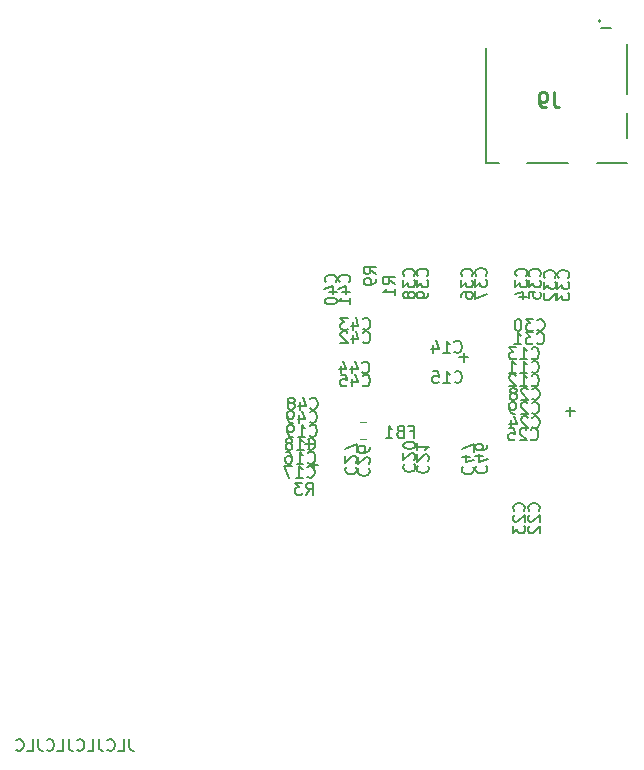
<source format=gbr>
G04 #@! TF.GenerationSoftware,KiCad,Pcbnew,(5.1.6)-1*
G04 #@! TF.CreationDate,2020-09-15T12:17:56+03:00*
G04 #@! TF.ProjectId,469devboard,34363964-6576-4626-9f61-72642e6b6963,rev?*
G04 #@! TF.SameCoordinates,Original*
G04 #@! TF.FileFunction,Legend,Bot*
G04 #@! TF.FilePolarity,Positive*
%FSLAX46Y46*%
G04 Gerber Fmt 4.6, Leading zero omitted, Abs format (unit mm)*
G04 Created by KiCad (PCBNEW (5.1.6)-1) date 2020-09-15 12:17:56*
%MOMM*%
%LPD*%
G01*
G04 APERTURE LIST*
%ADD10C,0.150000*%
%ADD11C,0.200000*%
%ADD12C,0.120000*%
%ADD13C,0.254000*%
G04 APERTURE END LIST*
D10*
X94522347Y-115657380D02*
X94522347Y-116371666D01*
X94569966Y-116514523D01*
X94665204Y-116609761D01*
X94808061Y-116657380D01*
X94903300Y-116657380D01*
X93569966Y-116657380D02*
X94046157Y-116657380D01*
X94046157Y-115657380D01*
X92665204Y-116562142D02*
X92712823Y-116609761D01*
X92855680Y-116657380D01*
X92950919Y-116657380D01*
X93093776Y-116609761D01*
X93189014Y-116514523D01*
X93236633Y-116419285D01*
X93284252Y-116228809D01*
X93284252Y-116085952D01*
X93236633Y-115895476D01*
X93189014Y-115800238D01*
X93093776Y-115705000D01*
X92950919Y-115657380D01*
X92855680Y-115657380D01*
X92712823Y-115705000D01*
X92665204Y-115752619D01*
X91950919Y-115657380D02*
X91950919Y-116371666D01*
X91998538Y-116514523D01*
X92093776Y-116609761D01*
X92236633Y-116657380D01*
X92331871Y-116657380D01*
X90998538Y-116657380D02*
X91474728Y-116657380D01*
X91474728Y-115657380D01*
X90093776Y-116562142D02*
X90141395Y-116609761D01*
X90284252Y-116657380D01*
X90379490Y-116657380D01*
X90522347Y-116609761D01*
X90617585Y-116514523D01*
X90665204Y-116419285D01*
X90712823Y-116228809D01*
X90712823Y-116085952D01*
X90665204Y-115895476D01*
X90617585Y-115800238D01*
X90522347Y-115705000D01*
X90379490Y-115657380D01*
X90284252Y-115657380D01*
X90141395Y-115705000D01*
X90093776Y-115752619D01*
X89379490Y-115657380D02*
X89379490Y-116371666D01*
X89427109Y-116514523D01*
X89522347Y-116609761D01*
X89665204Y-116657380D01*
X89760442Y-116657380D01*
X88427109Y-116657380D02*
X88903300Y-116657380D01*
X88903300Y-115657380D01*
X87522347Y-116562142D02*
X87569966Y-116609761D01*
X87712823Y-116657380D01*
X87808061Y-116657380D01*
X87950919Y-116609761D01*
X88046157Y-116514523D01*
X88093776Y-116419285D01*
X88141395Y-116228809D01*
X88141395Y-116085952D01*
X88093776Y-115895476D01*
X88046157Y-115800238D01*
X87950919Y-115705000D01*
X87808061Y-115657380D01*
X87712823Y-115657380D01*
X87569966Y-115705000D01*
X87522347Y-115752619D01*
X86808061Y-115657380D02*
X86808061Y-116371666D01*
X86855680Y-116514523D01*
X86950919Y-116609761D01*
X87093776Y-116657380D01*
X87189014Y-116657380D01*
X85855680Y-116657380D02*
X86331871Y-116657380D01*
X86331871Y-115657380D01*
X84950919Y-116562142D02*
X84998538Y-116609761D01*
X85141395Y-116657380D01*
X85236633Y-116657380D01*
X85379490Y-116609761D01*
X85474728Y-116514523D01*
X85522347Y-116419285D01*
X85569966Y-116228809D01*
X85569966Y-116085952D01*
X85522347Y-115895476D01*
X85474728Y-115800238D01*
X85379490Y-115705000D01*
X85236633Y-115657380D01*
X85141395Y-115657380D01*
X84998538Y-115705000D01*
X84950919Y-115752619D01*
X132257752Y-87891928D02*
X131495847Y-87891928D01*
X131876800Y-88272880D02*
X131876800Y-87510976D01*
X110159752Y-90685928D02*
X109397847Y-90685928D01*
X109778800Y-91066880D02*
X109778800Y-90304976D01*
X123240752Y-83319928D02*
X122478847Y-83319928D01*
X122859800Y-83700880D02*
X122859800Y-82938976D01*
X110540752Y-92463928D02*
X109778847Y-92463928D01*
X110159800Y-92844880D02*
X110159800Y-92082976D01*
D11*
X124733400Y-66873600D02*
X124733400Y-57194600D01*
X124733400Y-66873600D02*
X125794400Y-66873600D01*
X128208400Y-66873600D02*
X131708400Y-66873600D01*
X136683400Y-66873600D02*
X134163400Y-66873600D01*
X136683400Y-64770600D02*
X136683400Y-62689600D01*
X136683400Y-61074600D02*
X136683400Y-56840600D01*
X134447400Y-55473600D02*
X135268400Y-55473600D01*
X134455760Y-54868600D02*
G75*
G03*
X134455760Y-54868600I-113360J0D01*
G01*
D12*
X114581678Y-90270400D02*
X114064522Y-90270400D01*
X114581678Y-88850400D02*
X114064522Y-88850400D01*
D13*
X130452733Y-60917123D02*
X130452733Y-61824266D01*
X130513209Y-62005695D01*
X130634161Y-62126647D01*
X130815590Y-62187123D01*
X130936542Y-62187123D01*
X129787495Y-62187123D02*
X129545590Y-62187123D01*
X129424638Y-62126647D01*
X129364161Y-62066171D01*
X129243209Y-61884742D01*
X129182733Y-61642838D01*
X129182733Y-61159028D01*
X129243209Y-61038076D01*
X129303685Y-60977600D01*
X129424638Y-60917123D01*
X129666542Y-60917123D01*
X129787495Y-60977600D01*
X129847971Y-61038076D01*
X129908447Y-61159028D01*
X129908447Y-61461409D01*
X129847971Y-61582361D01*
X129787495Y-61642838D01*
X129666542Y-61703314D01*
X129424638Y-61703314D01*
X129303685Y-61642838D01*
X129243209Y-61582361D01*
X129182733Y-61461409D01*
D10*
X109786657Y-88812642D02*
X109834276Y-88860261D01*
X109977133Y-88907880D01*
X110072371Y-88907880D01*
X110215228Y-88860261D01*
X110310466Y-88765023D01*
X110358085Y-88669785D01*
X110405704Y-88479309D01*
X110405704Y-88336452D01*
X110358085Y-88145976D01*
X110310466Y-88050738D01*
X110215228Y-87955500D01*
X110072371Y-87907880D01*
X109977133Y-87907880D01*
X109834276Y-87955500D01*
X109786657Y-88003119D01*
X108929514Y-88241214D02*
X108929514Y-88907880D01*
X109167609Y-87860261D02*
X109405704Y-88574547D01*
X108786657Y-88574547D01*
X108358085Y-88907880D02*
X108167609Y-88907880D01*
X108072371Y-88860261D01*
X108024752Y-88812642D01*
X107929514Y-88669785D01*
X107881895Y-88479309D01*
X107881895Y-88098357D01*
X107929514Y-88003119D01*
X107977133Y-87955500D01*
X108072371Y-87907880D01*
X108262847Y-87907880D01*
X108358085Y-87955500D01*
X108405704Y-88003119D01*
X108453323Y-88098357D01*
X108453323Y-88336452D01*
X108405704Y-88431690D01*
X108358085Y-88479309D01*
X108262847Y-88526928D01*
X108072371Y-88526928D01*
X107977133Y-88479309D01*
X107929514Y-88431690D01*
X107881895Y-88336452D01*
X109850157Y-87669642D02*
X109897776Y-87717261D01*
X110040633Y-87764880D01*
X110135871Y-87764880D01*
X110278728Y-87717261D01*
X110373966Y-87622023D01*
X110421585Y-87526785D01*
X110469204Y-87336309D01*
X110469204Y-87193452D01*
X110421585Y-87002976D01*
X110373966Y-86907738D01*
X110278728Y-86812500D01*
X110135871Y-86764880D01*
X110040633Y-86764880D01*
X109897776Y-86812500D01*
X109850157Y-86860119D01*
X108993014Y-87098214D02*
X108993014Y-87764880D01*
X109231109Y-86717261D02*
X109469204Y-87431547D01*
X108850157Y-87431547D01*
X108326347Y-87193452D02*
X108421585Y-87145833D01*
X108469204Y-87098214D01*
X108516823Y-87002976D01*
X108516823Y-86955357D01*
X108469204Y-86860119D01*
X108421585Y-86812500D01*
X108326347Y-86764880D01*
X108135871Y-86764880D01*
X108040633Y-86812500D01*
X107993014Y-86860119D01*
X107945395Y-86955357D01*
X107945395Y-87002976D01*
X107993014Y-87098214D01*
X108040633Y-87145833D01*
X108135871Y-87193452D01*
X108326347Y-87193452D01*
X108421585Y-87241071D01*
X108469204Y-87288690D01*
X108516823Y-87383928D01*
X108516823Y-87574404D01*
X108469204Y-87669642D01*
X108421585Y-87717261D01*
X108326347Y-87764880D01*
X108135871Y-87764880D01*
X108040633Y-87717261D01*
X107993014Y-87669642D01*
X107945395Y-87574404D01*
X107945395Y-87383928D01*
X107993014Y-87288690D01*
X108040633Y-87241071D01*
X108135871Y-87193452D01*
X122782057Y-92616257D02*
X122734438Y-92663876D01*
X122686819Y-92806733D01*
X122686819Y-92901971D01*
X122734438Y-93044828D01*
X122829676Y-93140066D01*
X122924914Y-93187685D01*
X123115390Y-93235304D01*
X123258247Y-93235304D01*
X123448723Y-93187685D01*
X123543961Y-93140066D01*
X123639200Y-93044828D01*
X123686819Y-92901971D01*
X123686819Y-92806733D01*
X123639200Y-92663876D01*
X123591580Y-92616257D01*
X123353485Y-91759114D02*
X122686819Y-91759114D01*
X123734438Y-91997209D02*
X123020152Y-92235304D01*
X123020152Y-91616257D01*
X123686819Y-91330542D02*
X123686819Y-90663876D01*
X122686819Y-91092447D01*
X123925057Y-92560257D02*
X123877438Y-92607876D01*
X123829819Y-92750733D01*
X123829819Y-92845971D01*
X123877438Y-92988828D01*
X123972676Y-93084066D01*
X124067914Y-93131685D01*
X124258390Y-93179304D01*
X124401247Y-93179304D01*
X124591723Y-93131685D01*
X124686961Y-93084066D01*
X124782200Y-92988828D01*
X124829819Y-92845971D01*
X124829819Y-92750733D01*
X124782200Y-92607876D01*
X124734580Y-92560257D01*
X124496485Y-91703114D02*
X123829819Y-91703114D01*
X124877438Y-91941209D02*
X124163152Y-92179304D01*
X124163152Y-91560257D01*
X124829819Y-90750733D02*
X124829819Y-90941209D01*
X124782200Y-91036447D01*
X124734580Y-91084066D01*
X124591723Y-91179304D01*
X124401247Y-91226923D01*
X124020295Y-91226923D01*
X123925057Y-91179304D01*
X123877438Y-91131685D01*
X123829819Y-91036447D01*
X123829819Y-90845971D01*
X123877438Y-90750733D01*
X123925057Y-90703114D01*
X124020295Y-90655495D01*
X124258390Y-90655495D01*
X124353628Y-90703114D01*
X124401247Y-90750733D01*
X124448866Y-90845971D01*
X124448866Y-91036447D01*
X124401247Y-91131685D01*
X124353628Y-91179304D01*
X124258390Y-91226923D01*
X114276657Y-85709942D02*
X114324276Y-85757561D01*
X114467133Y-85805180D01*
X114562371Y-85805180D01*
X114705228Y-85757561D01*
X114800466Y-85662323D01*
X114848085Y-85567085D01*
X114895704Y-85376609D01*
X114895704Y-85233752D01*
X114848085Y-85043276D01*
X114800466Y-84948038D01*
X114705228Y-84852800D01*
X114562371Y-84805180D01*
X114467133Y-84805180D01*
X114324276Y-84852800D01*
X114276657Y-84900419D01*
X113419514Y-85138514D02*
X113419514Y-85805180D01*
X113657609Y-84757561D02*
X113895704Y-85471847D01*
X113276657Y-85471847D01*
X112419514Y-84805180D02*
X112895704Y-84805180D01*
X112943323Y-85281371D01*
X112895704Y-85233752D01*
X112800466Y-85186133D01*
X112562371Y-85186133D01*
X112467133Y-85233752D01*
X112419514Y-85281371D01*
X112371895Y-85376609D01*
X112371895Y-85614704D01*
X112419514Y-85709942D01*
X112467133Y-85757561D01*
X112562371Y-85805180D01*
X112800466Y-85805180D01*
X112895704Y-85757561D01*
X112943323Y-85709942D01*
X114231657Y-84608942D02*
X114279276Y-84656561D01*
X114422133Y-84704180D01*
X114517371Y-84704180D01*
X114660228Y-84656561D01*
X114755466Y-84561323D01*
X114803085Y-84466085D01*
X114850704Y-84275609D01*
X114850704Y-84132752D01*
X114803085Y-83942276D01*
X114755466Y-83847038D01*
X114660228Y-83751800D01*
X114517371Y-83704180D01*
X114422133Y-83704180D01*
X114279276Y-83751800D01*
X114231657Y-83799419D01*
X113374514Y-84037514D02*
X113374514Y-84704180D01*
X113612609Y-83656561D02*
X113850704Y-84370847D01*
X113231657Y-84370847D01*
X112422133Y-84037514D02*
X112422133Y-84704180D01*
X112660228Y-83656561D02*
X112898323Y-84370847D01*
X112279276Y-84370847D01*
X114307857Y-80913242D02*
X114355476Y-80960861D01*
X114498333Y-81008480D01*
X114593571Y-81008480D01*
X114736428Y-80960861D01*
X114831666Y-80865623D01*
X114879285Y-80770385D01*
X114926904Y-80579909D01*
X114926904Y-80437052D01*
X114879285Y-80246576D01*
X114831666Y-80151338D01*
X114736428Y-80056100D01*
X114593571Y-80008480D01*
X114498333Y-80008480D01*
X114355476Y-80056100D01*
X114307857Y-80103719D01*
X113450714Y-80341814D02*
X113450714Y-81008480D01*
X113688809Y-79960861D02*
X113926904Y-80675147D01*
X113307857Y-80675147D01*
X113022142Y-80008480D02*
X112403095Y-80008480D01*
X112736428Y-80389433D01*
X112593571Y-80389433D01*
X112498333Y-80437052D01*
X112450714Y-80484671D01*
X112403095Y-80579909D01*
X112403095Y-80818004D01*
X112450714Y-80913242D01*
X112498333Y-80960861D01*
X112593571Y-81008480D01*
X112879285Y-81008480D01*
X112974523Y-80960861D01*
X113022142Y-80913242D01*
X114307857Y-82056242D02*
X114355476Y-82103861D01*
X114498333Y-82151480D01*
X114593571Y-82151480D01*
X114736428Y-82103861D01*
X114831666Y-82008623D01*
X114879285Y-81913385D01*
X114926904Y-81722909D01*
X114926904Y-81580052D01*
X114879285Y-81389576D01*
X114831666Y-81294338D01*
X114736428Y-81199100D01*
X114593571Y-81151480D01*
X114498333Y-81151480D01*
X114355476Y-81199100D01*
X114307857Y-81246719D01*
X113450714Y-81484814D02*
X113450714Y-82151480D01*
X113688809Y-81103861D02*
X113926904Y-81818147D01*
X113307857Y-81818147D01*
X112974523Y-81246719D02*
X112926904Y-81199100D01*
X112831666Y-81151480D01*
X112593571Y-81151480D01*
X112498333Y-81199100D01*
X112450714Y-81246719D01*
X112403095Y-81341957D01*
X112403095Y-81437195D01*
X112450714Y-81580052D01*
X113022142Y-82151480D01*
X112403095Y-82151480D01*
X113133142Y-76954142D02*
X113180761Y-76906523D01*
X113228380Y-76763666D01*
X113228380Y-76668428D01*
X113180761Y-76525571D01*
X113085523Y-76430333D01*
X112990285Y-76382714D01*
X112799809Y-76335095D01*
X112656952Y-76335095D01*
X112466476Y-76382714D01*
X112371238Y-76430333D01*
X112276000Y-76525571D01*
X112228380Y-76668428D01*
X112228380Y-76763666D01*
X112276000Y-76906523D01*
X112323619Y-76954142D01*
X112561714Y-77811285D02*
X113228380Y-77811285D01*
X112180761Y-77573190D02*
X112895047Y-77335095D01*
X112895047Y-77954142D01*
X113228380Y-78858904D02*
X113228380Y-78287476D01*
X113228380Y-78573190D02*
X112228380Y-78573190D01*
X112371238Y-78477952D01*
X112466476Y-78382714D01*
X112514095Y-78287476D01*
X111990142Y-76954142D02*
X112037761Y-76906523D01*
X112085380Y-76763666D01*
X112085380Y-76668428D01*
X112037761Y-76525571D01*
X111942523Y-76430333D01*
X111847285Y-76382714D01*
X111656809Y-76335095D01*
X111513952Y-76335095D01*
X111323476Y-76382714D01*
X111228238Y-76430333D01*
X111133000Y-76525571D01*
X111085380Y-76668428D01*
X111085380Y-76763666D01*
X111133000Y-76906523D01*
X111180619Y-76954142D01*
X111418714Y-77811285D02*
X112085380Y-77811285D01*
X111037761Y-77573190D02*
X111752047Y-77335095D01*
X111752047Y-77954142D01*
X111085380Y-78525571D02*
X111085380Y-78620809D01*
X111133000Y-78716047D01*
X111180619Y-78763666D01*
X111275857Y-78811285D01*
X111466333Y-78858904D01*
X111704428Y-78858904D01*
X111894904Y-78811285D01*
X111990142Y-78763666D01*
X112037761Y-78716047D01*
X112085380Y-78620809D01*
X112085380Y-78525571D01*
X112037761Y-78430333D01*
X111990142Y-78382714D01*
X111894904Y-78335095D01*
X111704428Y-78287476D01*
X111466333Y-78287476D01*
X111275857Y-78335095D01*
X111180619Y-78382714D01*
X111133000Y-78430333D01*
X111085380Y-78525571D01*
X119749842Y-76446142D02*
X119797461Y-76398523D01*
X119845080Y-76255666D01*
X119845080Y-76160428D01*
X119797461Y-76017571D01*
X119702223Y-75922333D01*
X119606985Y-75874714D01*
X119416509Y-75827095D01*
X119273652Y-75827095D01*
X119083176Y-75874714D01*
X118987938Y-75922333D01*
X118892700Y-76017571D01*
X118845080Y-76160428D01*
X118845080Y-76255666D01*
X118892700Y-76398523D01*
X118940319Y-76446142D01*
X118845080Y-76779476D02*
X118845080Y-77398523D01*
X119226033Y-77065190D01*
X119226033Y-77208047D01*
X119273652Y-77303285D01*
X119321271Y-77350904D01*
X119416509Y-77398523D01*
X119654604Y-77398523D01*
X119749842Y-77350904D01*
X119797461Y-77303285D01*
X119845080Y-77208047D01*
X119845080Y-76922333D01*
X119797461Y-76827095D01*
X119749842Y-76779476D01*
X119845080Y-77874714D02*
X119845080Y-78065190D01*
X119797461Y-78160428D01*
X119749842Y-78208047D01*
X119606985Y-78303285D01*
X119416509Y-78350904D01*
X119035557Y-78350904D01*
X118940319Y-78303285D01*
X118892700Y-78255666D01*
X118845080Y-78160428D01*
X118845080Y-77969952D01*
X118892700Y-77874714D01*
X118940319Y-77827095D01*
X119035557Y-77779476D01*
X119273652Y-77779476D01*
X119368890Y-77827095D01*
X119416509Y-77874714D01*
X119464128Y-77969952D01*
X119464128Y-78160428D01*
X119416509Y-78255666D01*
X119368890Y-78303285D01*
X119273652Y-78350904D01*
X118606842Y-76446142D02*
X118654461Y-76398523D01*
X118702080Y-76255666D01*
X118702080Y-76160428D01*
X118654461Y-76017571D01*
X118559223Y-75922333D01*
X118463985Y-75874714D01*
X118273509Y-75827095D01*
X118130652Y-75827095D01*
X117940176Y-75874714D01*
X117844938Y-75922333D01*
X117749700Y-76017571D01*
X117702080Y-76160428D01*
X117702080Y-76255666D01*
X117749700Y-76398523D01*
X117797319Y-76446142D01*
X117702080Y-76779476D02*
X117702080Y-77398523D01*
X118083033Y-77065190D01*
X118083033Y-77208047D01*
X118130652Y-77303285D01*
X118178271Y-77350904D01*
X118273509Y-77398523D01*
X118511604Y-77398523D01*
X118606842Y-77350904D01*
X118654461Y-77303285D01*
X118702080Y-77208047D01*
X118702080Y-76922333D01*
X118654461Y-76827095D01*
X118606842Y-76779476D01*
X118130652Y-77969952D02*
X118083033Y-77874714D01*
X118035414Y-77827095D01*
X117940176Y-77779476D01*
X117892557Y-77779476D01*
X117797319Y-77827095D01*
X117749700Y-77874714D01*
X117702080Y-77969952D01*
X117702080Y-78160428D01*
X117749700Y-78255666D01*
X117797319Y-78303285D01*
X117892557Y-78350904D01*
X117940176Y-78350904D01*
X118035414Y-78303285D01*
X118083033Y-78255666D01*
X118130652Y-78160428D01*
X118130652Y-77969952D01*
X118178271Y-77874714D01*
X118225890Y-77827095D01*
X118321128Y-77779476D01*
X118511604Y-77779476D01*
X118606842Y-77827095D01*
X118654461Y-77874714D01*
X118702080Y-77969952D01*
X118702080Y-78160428D01*
X118654461Y-78255666D01*
X118606842Y-78303285D01*
X118511604Y-78350904D01*
X118321128Y-78350904D01*
X118225890Y-78303285D01*
X118178271Y-78255666D01*
X118130652Y-78160428D01*
X118282933Y-89615971D02*
X118616266Y-89615971D01*
X118616266Y-90139780D02*
X118616266Y-89139780D01*
X118140076Y-89139780D01*
X117425790Y-89615971D02*
X117282933Y-89663590D01*
X117235314Y-89711209D01*
X117187695Y-89806447D01*
X117187695Y-89949304D01*
X117235314Y-90044542D01*
X117282933Y-90092161D01*
X117378171Y-90139780D01*
X117759123Y-90139780D01*
X117759123Y-89139780D01*
X117425790Y-89139780D01*
X117330552Y-89187400D01*
X117282933Y-89235019D01*
X117235314Y-89330257D01*
X117235314Y-89425495D01*
X117282933Y-89520733D01*
X117330552Y-89568352D01*
X117425790Y-89615971D01*
X117759123Y-89615971D01*
X116235314Y-90139780D02*
X116806742Y-90139780D01*
X116521028Y-90139780D02*
X116521028Y-89139780D01*
X116616266Y-89282638D01*
X116711504Y-89377876D01*
X116806742Y-89425495D01*
X109500966Y-94965780D02*
X109834300Y-94489590D01*
X110072395Y-94965780D02*
X110072395Y-93965780D01*
X109691442Y-93965780D01*
X109596204Y-94013400D01*
X109548585Y-94061019D01*
X109500966Y-94156257D01*
X109500966Y-94299114D01*
X109548585Y-94394352D01*
X109596204Y-94441971D01*
X109691442Y-94489590D01*
X110072395Y-94489590D01*
X109167633Y-93965780D02*
X108548585Y-93965780D01*
X108881919Y-94346733D01*
X108739061Y-94346733D01*
X108643823Y-94394352D01*
X108596204Y-94441971D01*
X108548585Y-94537209D01*
X108548585Y-94775304D01*
X108596204Y-94870542D01*
X108643823Y-94918161D01*
X108739061Y-94965780D01*
X109024776Y-94965780D01*
X109120014Y-94918161D01*
X109167633Y-94870542D01*
X124703442Y-76419642D02*
X124751061Y-76372023D01*
X124798680Y-76229166D01*
X124798680Y-76133928D01*
X124751061Y-75991071D01*
X124655823Y-75895833D01*
X124560585Y-75848214D01*
X124370109Y-75800595D01*
X124227252Y-75800595D01*
X124036776Y-75848214D01*
X123941538Y-75895833D01*
X123846300Y-75991071D01*
X123798680Y-76133928D01*
X123798680Y-76229166D01*
X123846300Y-76372023D01*
X123893919Y-76419642D01*
X123798680Y-76752976D02*
X123798680Y-77372023D01*
X124179633Y-77038690D01*
X124179633Y-77181547D01*
X124227252Y-77276785D01*
X124274871Y-77324404D01*
X124370109Y-77372023D01*
X124608204Y-77372023D01*
X124703442Y-77324404D01*
X124751061Y-77276785D01*
X124798680Y-77181547D01*
X124798680Y-76895833D01*
X124751061Y-76800595D01*
X124703442Y-76752976D01*
X123798680Y-77705357D02*
X123798680Y-78372023D01*
X124798680Y-77943452D01*
X123534442Y-76463642D02*
X123582061Y-76416023D01*
X123629680Y-76273166D01*
X123629680Y-76177928D01*
X123582061Y-76035071D01*
X123486823Y-75939833D01*
X123391585Y-75892214D01*
X123201109Y-75844595D01*
X123058252Y-75844595D01*
X122867776Y-75892214D01*
X122772538Y-75939833D01*
X122677300Y-76035071D01*
X122629680Y-76177928D01*
X122629680Y-76273166D01*
X122677300Y-76416023D01*
X122724919Y-76463642D01*
X122629680Y-76796976D02*
X122629680Y-77416023D01*
X123010633Y-77082690D01*
X123010633Y-77225547D01*
X123058252Y-77320785D01*
X123105871Y-77368404D01*
X123201109Y-77416023D01*
X123439204Y-77416023D01*
X123534442Y-77368404D01*
X123582061Y-77320785D01*
X123629680Y-77225547D01*
X123629680Y-76939833D01*
X123582061Y-76844595D01*
X123534442Y-76796976D01*
X122629680Y-78273166D02*
X122629680Y-78082690D01*
X122677300Y-77987452D01*
X122724919Y-77939833D01*
X122867776Y-77844595D01*
X123058252Y-77796976D01*
X123439204Y-77796976D01*
X123534442Y-77844595D01*
X123582061Y-77892214D01*
X123629680Y-77987452D01*
X123629680Y-78177928D01*
X123582061Y-78273166D01*
X123534442Y-78320785D01*
X123439204Y-78368404D01*
X123201109Y-78368404D01*
X123105871Y-78320785D01*
X123058252Y-78273166D01*
X123010633Y-78177928D01*
X123010633Y-77987452D01*
X123058252Y-77892214D01*
X123105871Y-77844595D01*
X123201109Y-77796976D01*
X129262142Y-76471542D02*
X129309761Y-76423923D01*
X129357380Y-76281066D01*
X129357380Y-76185828D01*
X129309761Y-76042971D01*
X129214523Y-75947733D01*
X129119285Y-75900114D01*
X128928809Y-75852495D01*
X128785952Y-75852495D01*
X128595476Y-75900114D01*
X128500238Y-75947733D01*
X128405000Y-76042971D01*
X128357380Y-76185828D01*
X128357380Y-76281066D01*
X128405000Y-76423923D01*
X128452619Y-76471542D01*
X128357380Y-76804876D02*
X128357380Y-77423923D01*
X128738333Y-77090590D01*
X128738333Y-77233447D01*
X128785952Y-77328685D01*
X128833571Y-77376304D01*
X128928809Y-77423923D01*
X129166904Y-77423923D01*
X129262142Y-77376304D01*
X129309761Y-77328685D01*
X129357380Y-77233447D01*
X129357380Y-76947733D01*
X129309761Y-76852495D01*
X129262142Y-76804876D01*
X128357380Y-78328685D02*
X128357380Y-77852495D01*
X128833571Y-77804876D01*
X128785952Y-77852495D01*
X128738333Y-77947733D01*
X128738333Y-78185828D01*
X128785952Y-78281066D01*
X128833571Y-78328685D01*
X128928809Y-78376304D01*
X129166904Y-78376304D01*
X129262142Y-78328685D01*
X129309761Y-78281066D01*
X129357380Y-78185828D01*
X129357380Y-77947733D01*
X129309761Y-77852495D01*
X129262142Y-77804876D01*
X128119142Y-76448542D02*
X128166761Y-76400923D01*
X128214380Y-76258066D01*
X128214380Y-76162828D01*
X128166761Y-76019971D01*
X128071523Y-75924733D01*
X127976285Y-75877114D01*
X127785809Y-75829495D01*
X127642952Y-75829495D01*
X127452476Y-75877114D01*
X127357238Y-75924733D01*
X127262000Y-76019971D01*
X127214380Y-76162828D01*
X127214380Y-76258066D01*
X127262000Y-76400923D01*
X127309619Y-76448542D01*
X127214380Y-76781876D02*
X127214380Y-77400923D01*
X127595333Y-77067590D01*
X127595333Y-77210447D01*
X127642952Y-77305685D01*
X127690571Y-77353304D01*
X127785809Y-77400923D01*
X128023904Y-77400923D01*
X128119142Y-77353304D01*
X128166761Y-77305685D01*
X128214380Y-77210447D01*
X128214380Y-76924733D01*
X128166761Y-76829495D01*
X128119142Y-76781876D01*
X127547714Y-78258066D02*
X128214380Y-78258066D01*
X127166761Y-78019971D02*
X127881047Y-77781876D01*
X127881047Y-78400923D01*
X131675142Y-76598542D02*
X131722761Y-76550923D01*
X131770380Y-76408066D01*
X131770380Y-76312828D01*
X131722761Y-76169971D01*
X131627523Y-76074733D01*
X131532285Y-76027114D01*
X131341809Y-75979495D01*
X131198952Y-75979495D01*
X131008476Y-76027114D01*
X130913238Y-76074733D01*
X130818000Y-76169971D01*
X130770380Y-76312828D01*
X130770380Y-76408066D01*
X130818000Y-76550923D01*
X130865619Y-76598542D01*
X130770380Y-76931876D02*
X130770380Y-77550923D01*
X131151333Y-77217590D01*
X131151333Y-77360447D01*
X131198952Y-77455685D01*
X131246571Y-77503304D01*
X131341809Y-77550923D01*
X131579904Y-77550923D01*
X131675142Y-77503304D01*
X131722761Y-77455685D01*
X131770380Y-77360447D01*
X131770380Y-77074733D01*
X131722761Y-76979495D01*
X131675142Y-76931876D01*
X130770380Y-77884257D02*
X130770380Y-78503304D01*
X131151333Y-78169971D01*
X131151333Y-78312828D01*
X131198952Y-78408066D01*
X131246571Y-78455685D01*
X131341809Y-78503304D01*
X131579904Y-78503304D01*
X131675142Y-78455685D01*
X131722761Y-78408066D01*
X131770380Y-78312828D01*
X131770380Y-78027114D01*
X131722761Y-77931876D01*
X131675142Y-77884257D01*
X130532142Y-76598542D02*
X130579761Y-76550923D01*
X130627380Y-76408066D01*
X130627380Y-76312828D01*
X130579761Y-76169971D01*
X130484523Y-76074733D01*
X130389285Y-76027114D01*
X130198809Y-75979495D01*
X130055952Y-75979495D01*
X129865476Y-76027114D01*
X129770238Y-76074733D01*
X129675000Y-76169971D01*
X129627380Y-76312828D01*
X129627380Y-76408066D01*
X129675000Y-76550923D01*
X129722619Y-76598542D01*
X129627380Y-76931876D02*
X129627380Y-77550923D01*
X130008333Y-77217590D01*
X130008333Y-77360447D01*
X130055952Y-77455685D01*
X130103571Y-77503304D01*
X130198809Y-77550923D01*
X130436904Y-77550923D01*
X130532142Y-77503304D01*
X130579761Y-77455685D01*
X130627380Y-77360447D01*
X130627380Y-77074733D01*
X130579761Y-76979495D01*
X130532142Y-76931876D01*
X129722619Y-77931876D02*
X129675000Y-77979495D01*
X129627380Y-78074733D01*
X129627380Y-78312828D01*
X129675000Y-78408066D01*
X129722619Y-78455685D01*
X129817857Y-78503304D01*
X129913095Y-78503304D01*
X130055952Y-78455685D01*
X130627380Y-77884257D01*
X130627380Y-78503304D01*
X129039857Y-82145142D02*
X129087476Y-82192761D01*
X129230333Y-82240380D01*
X129325571Y-82240380D01*
X129468428Y-82192761D01*
X129563666Y-82097523D01*
X129611285Y-82002285D01*
X129658904Y-81811809D01*
X129658904Y-81668952D01*
X129611285Y-81478476D01*
X129563666Y-81383238D01*
X129468428Y-81288000D01*
X129325571Y-81240380D01*
X129230333Y-81240380D01*
X129087476Y-81288000D01*
X129039857Y-81335619D01*
X128706523Y-81240380D02*
X128087476Y-81240380D01*
X128420809Y-81621333D01*
X128277952Y-81621333D01*
X128182714Y-81668952D01*
X128135095Y-81716571D01*
X128087476Y-81811809D01*
X128087476Y-82049904D01*
X128135095Y-82145142D01*
X128182714Y-82192761D01*
X128277952Y-82240380D01*
X128563666Y-82240380D01*
X128658904Y-82192761D01*
X128706523Y-82145142D01*
X127135095Y-82240380D02*
X127706523Y-82240380D01*
X127420809Y-82240380D02*
X127420809Y-81240380D01*
X127516047Y-81383238D01*
X127611285Y-81478476D01*
X127706523Y-81526095D01*
X129062857Y-81002142D02*
X129110476Y-81049761D01*
X129253333Y-81097380D01*
X129348571Y-81097380D01*
X129491428Y-81049761D01*
X129586666Y-80954523D01*
X129634285Y-80859285D01*
X129681904Y-80668809D01*
X129681904Y-80525952D01*
X129634285Y-80335476D01*
X129586666Y-80240238D01*
X129491428Y-80145000D01*
X129348571Y-80097380D01*
X129253333Y-80097380D01*
X129110476Y-80145000D01*
X129062857Y-80192619D01*
X128729523Y-80097380D02*
X128110476Y-80097380D01*
X128443809Y-80478333D01*
X128300952Y-80478333D01*
X128205714Y-80525952D01*
X128158095Y-80573571D01*
X128110476Y-80668809D01*
X128110476Y-80906904D01*
X128158095Y-81002142D01*
X128205714Y-81049761D01*
X128300952Y-81097380D01*
X128586666Y-81097380D01*
X128681904Y-81049761D01*
X128729523Y-81002142D01*
X127491428Y-80097380D02*
X127396190Y-80097380D01*
X127300952Y-80145000D01*
X127253333Y-80192619D01*
X127205714Y-80287857D01*
X127158095Y-80478333D01*
X127158095Y-80716428D01*
X127205714Y-80906904D01*
X127253333Y-81002142D01*
X127300952Y-81049761D01*
X127396190Y-81097380D01*
X127491428Y-81097380D01*
X127586666Y-81049761D01*
X127634285Y-81002142D01*
X127681904Y-80906904D01*
X127729523Y-80716428D01*
X127729523Y-80478333D01*
X127681904Y-80287857D01*
X127634285Y-80192619D01*
X127586666Y-80145000D01*
X127491428Y-80097380D01*
X128608057Y-88050642D02*
X128655676Y-88098261D01*
X128798533Y-88145880D01*
X128893771Y-88145880D01*
X129036628Y-88098261D01*
X129131866Y-88003023D01*
X129179485Y-87907785D01*
X129227104Y-87717309D01*
X129227104Y-87574452D01*
X129179485Y-87383976D01*
X129131866Y-87288738D01*
X129036628Y-87193500D01*
X128893771Y-87145880D01*
X128798533Y-87145880D01*
X128655676Y-87193500D01*
X128608057Y-87241119D01*
X128227104Y-87241119D02*
X128179485Y-87193500D01*
X128084247Y-87145880D01*
X127846152Y-87145880D01*
X127750914Y-87193500D01*
X127703295Y-87241119D01*
X127655676Y-87336357D01*
X127655676Y-87431595D01*
X127703295Y-87574452D01*
X128274723Y-88145880D01*
X127655676Y-88145880D01*
X127179485Y-88145880D02*
X126989009Y-88145880D01*
X126893771Y-88098261D01*
X126846152Y-88050642D01*
X126750914Y-87907785D01*
X126703295Y-87717309D01*
X126703295Y-87336357D01*
X126750914Y-87241119D01*
X126798533Y-87193500D01*
X126893771Y-87145880D01*
X127084247Y-87145880D01*
X127179485Y-87193500D01*
X127227104Y-87241119D01*
X127274723Y-87336357D01*
X127274723Y-87574452D01*
X127227104Y-87669690D01*
X127179485Y-87717309D01*
X127084247Y-87764928D01*
X126893771Y-87764928D01*
X126798533Y-87717309D01*
X126750914Y-87669690D01*
X126703295Y-87574452D01*
X128646157Y-86844142D02*
X128693776Y-86891761D01*
X128836633Y-86939380D01*
X128931871Y-86939380D01*
X129074728Y-86891761D01*
X129169966Y-86796523D01*
X129217585Y-86701285D01*
X129265204Y-86510809D01*
X129265204Y-86367952D01*
X129217585Y-86177476D01*
X129169966Y-86082238D01*
X129074728Y-85987000D01*
X128931871Y-85939380D01*
X128836633Y-85939380D01*
X128693776Y-85987000D01*
X128646157Y-86034619D01*
X128265204Y-86034619D02*
X128217585Y-85987000D01*
X128122347Y-85939380D01*
X127884252Y-85939380D01*
X127789014Y-85987000D01*
X127741395Y-86034619D01*
X127693776Y-86129857D01*
X127693776Y-86225095D01*
X127741395Y-86367952D01*
X128312823Y-86939380D01*
X127693776Y-86939380D01*
X127122347Y-86367952D02*
X127217585Y-86320333D01*
X127265204Y-86272714D01*
X127312823Y-86177476D01*
X127312823Y-86129857D01*
X127265204Y-86034619D01*
X127217585Y-85987000D01*
X127122347Y-85939380D01*
X126931871Y-85939380D01*
X126836633Y-85987000D01*
X126789014Y-86034619D01*
X126741395Y-86129857D01*
X126741395Y-86177476D01*
X126789014Y-86272714D01*
X126836633Y-86320333D01*
X126931871Y-86367952D01*
X127122347Y-86367952D01*
X127217585Y-86415571D01*
X127265204Y-86463190D01*
X127312823Y-86558428D01*
X127312823Y-86748904D01*
X127265204Y-86844142D01*
X127217585Y-86891761D01*
X127122347Y-86939380D01*
X126931871Y-86939380D01*
X126836633Y-86891761D01*
X126789014Y-86844142D01*
X126741395Y-86748904D01*
X126741395Y-86558428D01*
X126789014Y-86463190D01*
X126836633Y-86415571D01*
X126931871Y-86367952D01*
X112901457Y-92636857D02*
X112853838Y-92684476D01*
X112806219Y-92827333D01*
X112806219Y-92922571D01*
X112853838Y-93065428D01*
X112949076Y-93160666D01*
X113044314Y-93208285D01*
X113234790Y-93255904D01*
X113377647Y-93255904D01*
X113568123Y-93208285D01*
X113663361Y-93160666D01*
X113758600Y-93065428D01*
X113806219Y-92922571D01*
X113806219Y-92827333D01*
X113758600Y-92684476D01*
X113710980Y-92636857D01*
X113710980Y-92255904D02*
X113758600Y-92208285D01*
X113806219Y-92113047D01*
X113806219Y-91874952D01*
X113758600Y-91779714D01*
X113710980Y-91732095D01*
X113615742Y-91684476D01*
X113520504Y-91684476D01*
X113377647Y-91732095D01*
X112806219Y-92303523D01*
X112806219Y-91684476D01*
X113806219Y-91351142D02*
X113806219Y-90684476D01*
X112806219Y-91113047D01*
X113968257Y-92743257D02*
X113920638Y-92790876D01*
X113873019Y-92933733D01*
X113873019Y-93028971D01*
X113920638Y-93171828D01*
X114015876Y-93267066D01*
X114111114Y-93314685D01*
X114301590Y-93362304D01*
X114444447Y-93362304D01*
X114634923Y-93314685D01*
X114730161Y-93267066D01*
X114825400Y-93171828D01*
X114873019Y-93028971D01*
X114873019Y-92933733D01*
X114825400Y-92790876D01*
X114777780Y-92743257D01*
X114777780Y-92362304D02*
X114825400Y-92314685D01*
X114873019Y-92219447D01*
X114873019Y-91981352D01*
X114825400Y-91886114D01*
X114777780Y-91838495D01*
X114682542Y-91790876D01*
X114587304Y-91790876D01*
X114444447Y-91838495D01*
X113873019Y-92409923D01*
X113873019Y-91790876D01*
X114873019Y-90933733D02*
X114873019Y-91124209D01*
X114825400Y-91219447D01*
X114777780Y-91267066D01*
X114634923Y-91362304D01*
X114444447Y-91409923D01*
X114063495Y-91409923D01*
X113968257Y-91362304D01*
X113920638Y-91314685D01*
X113873019Y-91219447D01*
X113873019Y-91028971D01*
X113920638Y-90933733D01*
X113968257Y-90886114D01*
X114063495Y-90838495D01*
X114301590Y-90838495D01*
X114396828Y-90886114D01*
X114444447Y-90933733D01*
X114492066Y-91028971D01*
X114492066Y-91219447D01*
X114444447Y-91314685D01*
X114396828Y-91362304D01*
X114301590Y-91409923D01*
X128519157Y-90273142D02*
X128566776Y-90320761D01*
X128709633Y-90368380D01*
X128804871Y-90368380D01*
X128947728Y-90320761D01*
X129042966Y-90225523D01*
X129090585Y-90130285D01*
X129138204Y-89939809D01*
X129138204Y-89796952D01*
X129090585Y-89606476D01*
X129042966Y-89511238D01*
X128947728Y-89416000D01*
X128804871Y-89368380D01*
X128709633Y-89368380D01*
X128566776Y-89416000D01*
X128519157Y-89463619D01*
X128138204Y-89463619D02*
X128090585Y-89416000D01*
X127995347Y-89368380D01*
X127757252Y-89368380D01*
X127662014Y-89416000D01*
X127614395Y-89463619D01*
X127566776Y-89558857D01*
X127566776Y-89654095D01*
X127614395Y-89796952D01*
X128185823Y-90368380D01*
X127566776Y-90368380D01*
X126662014Y-89368380D02*
X127138204Y-89368380D01*
X127185823Y-89844571D01*
X127138204Y-89796952D01*
X127042966Y-89749333D01*
X126804871Y-89749333D01*
X126709633Y-89796952D01*
X126662014Y-89844571D01*
X126614395Y-89939809D01*
X126614395Y-90177904D01*
X126662014Y-90273142D01*
X126709633Y-90320761D01*
X126804871Y-90368380D01*
X127042966Y-90368380D01*
X127138204Y-90320761D01*
X127185823Y-90273142D01*
X128646157Y-89257142D02*
X128693776Y-89304761D01*
X128836633Y-89352380D01*
X128931871Y-89352380D01*
X129074728Y-89304761D01*
X129169966Y-89209523D01*
X129217585Y-89114285D01*
X129265204Y-88923809D01*
X129265204Y-88780952D01*
X129217585Y-88590476D01*
X129169966Y-88495238D01*
X129074728Y-88400000D01*
X128931871Y-88352380D01*
X128836633Y-88352380D01*
X128693776Y-88400000D01*
X128646157Y-88447619D01*
X128265204Y-88447619D02*
X128217585Y-88400000D01*
X128122347Y-88352380D01*
X127884252Y-88352380D01*
X127789014Y-88400000D01*
X127741395Y-88447619D01*
X127693776Y-88542857D01*
X127693776Y-88638095D01*
X127741395Y-88780952D01*
X128312823Y-89352380D01*
X127693776Y-89352380D01*
X126836633Y-88685714D02*
X126836633Y-89352380D01*
X127074728Y-88304761D02*
X127312823Y-89019047D01*
X126693776Y-89019047D01*
X127915942Y-96321642D02*
X127963561Y-96274023D01*
X128011180Y-96131166D01*
X128011180Y-96035928D01*
X127963561Y-95893071D01*
X127868323Y-95797833D01*
X127773085Y-95750214D01*
X127582609Y-95702595D01*
X127439752Y-95702595D01*
X127249276Y-95750214D01*
X127154038Y-95797833D01*
X127058800Y-95893071D01*
X127011180Y-96035928D01*
X127011180Y-96131166D01*
X127058800Y-96274023D01*
X127106419Y-96321642D01*
X127106419Y-96702595D02*
X127058800Y-96750214D01*
X127011180Y-96845452D01*
X127011180Y-97083547D01*
X127058800Y-97178785D01*
X127106419Y-97226404D01*
X127201657Y-97274023D01*
X127296895Y-97274023D01*
X127439752Y-97226404D01*
X128011180Y-96654976D01*
X128011180Y-97274023D01*
X127011180Y-97607357D02*
X127011180Y-98226404D01*
X127392133Y-97893071D01*
X127392133Y-98035928D01*
X127439752Y-98131166D01*
X127487371Y-98178785D01*
X127582609Y-98226404D01*
X127820704Y-98226404D01*
X127915942Y-98178785D01*
X127963561Y-98131166D01*
X128011180Y-98035928D01*
X128011180Y-97750214D01*
X127963561Y-97654976D01*
X127915942Y-97607357D01*
X129185942Y-96321642D02*
X129233561Y-96274023D01*
X129281180Y-96131166D01*
X129281180Y-96035928D01*
X129233561Y-95893071D01*
X129138323Y-95797833D01*
X129043085Y-95750214D01*
X128852609Y-95702595D01*
X128709752Y-95702595D01*
X128519276Y-95750214D01*
X128424038Y-95797833D01*
X128328800Y-95893071D01*
X128281180Y-96035928D01*
X128281180Y-96131166D01*
X128328800Y-96274023D01*
X128376419Y-96321642D01*
X128376419Y-96702595D02*
X128328800Y-96750214D01*
X128281180Y-96845452D01*
X128281180Y-97083547D01*
X128328800Y-97178785D01*
X128376419Y-97226404D01*
X128471657Y-97274023D01*
X128566895Y-97274023D01*
X128709752Y-97226404D01*
X129281180Y-96654976D01*
X129281180Y-97274023D01*
X128376419Y-97654976D02*
X128328800Y-97702595D01*
X128281180Y-97797833D01*
X128281180Y-98035928D01*
X128328800Y-98131166D01*
X128376419Y-98178785D01*
X128471657Y-98226404D01*
X128566895Y-98226404D01*
X128709752Y-98178785D01*
X129281180Y-97607357D01*
X129281180Y-98226404D01*
X118972057Y-92514657D02*
X118924438Y-92562276D01*
X118876819Y-92705133D01*
X118876819Y-92800371D01*
X118924438Y-92943228D01*
X119019676Y-93038466D01*
X119114914Y-93086085D01*
X119305390Y-93133704D01*
X119448247Y-93133704D01*
X119638723Y-93086085D01*
X119733961Y-93038466D01*
X119829200Y-92943228D01*
X119876819Y-92800371D01*
X119876819Y-92705133D01*
X119829200Y-92562276D01*
X119781580Y-92514657D01*
X119781580Y-92133704D02*
X119829200Y-92086085D01*
X119876819Y-91990847D01*
X119876819Y-91752752D01*
X119829200Y-91657514D01*
X119781580Y-91609895D01*
X119686342Y-91562276D01*
X119591104Y-91562276D01*
X119448247Y-91609895D01*
X118876819Y-92181323D01*
X118876819Y-91562276D01*
X118876819Y-90609895D02*
X118876819Y-91181323D01*
X118876819Y-90895609D02*
X119876819Y-90895609D01*
X119733961Y-90990847D01*
X119638723Y-91086085D01*
X119591104Y-91181323D01*
X117829057Y-92410657D02*
X117781438Y-92458276D01*
X117733819Y-92601133D01*
X117733819Y-92696371D01*
X117781438Y-92839228D01*
X117876676Y-92934466D01*
X117971914Y-92982085D01*
X118162390Y-93029704D01*
X118305247Y-93029704D01*
X118495723Y-92982085D01*
X118590961Y-92934466D01*
X118686200Y-92839228D01*
X118733819Y-92696371D01*
X118733819Y-92601133D01*
X118686200Y-92458276D01*
X118638580Y-92410657D01*
X118638580Y-92029704D02*
X118686200Y-91982085D01*
X118733819Y-91886847D01*
X118733819Y-91648752D01*
X118686200Y-91553514D01*
X118638580Y-91505895D01*
X118543342Y-91458276D01*
X118448104Y-91458276D01*
X118305247Y-91505895D01*
X117733819Y-92077323D01*
X117733819Y-91458276D01*
X118733819Y-90839228D02*
X118733819Y-90743990D01*
X118686200Y-90648752D01*
X118638580Y-90601133D01*
X118543342Y-90553514D01*
X118352866Y-90505895D01*
X118114771Y-90505895D01*
X117924295Y-90553514D01*
X117829057Y-90601133D01*
X117781438Y-90648752D01*
X117733819Y-90743990D01*
X117733819Y-90839228D01*
X117781438Y-90934466D01*
X117829057Y-90982085D01*
X117924295Y-91029704D01*
X118114771Y-91077323D01*
X118352866Y-91077323D01*
X118543342Y-91029704D01*
X118638580Y-90982085D01*
X118686200Y-90934466D01*
X118733819Y-90839228D01*
X109786657Y-89955642D02*
X109834276Y-90003261D01*
X109977133Y-90050880D01*
X110072371Y-90050880D01*
X110215228Y-90003261D01*
X110310466Y-89908023D01*
X110358085Y-89812785D01*
X110405704Y-89622309D01*
X110405704Y-89479452D01*
X110358085Y-89288976D01*
X110310466Y-89193738D01*
X110215228Y-89098500D01*
X110072371Y-89050880D01*
X109977133Y-89050880D01*
X109834276Y-89098500D01*
X109786657Y-89146119D01*
X108834276Y-90050880D02*
X109405704Y-90050880D01*
X109119990Y-90050880D02*
X109119990Y-89050880D01*
X109215228Y-89193738D01*
X109310466Y-89288976D01*
X109405704Y-89336595D01*
X108358085Y-90050880D02*
X108167609Y-90050880D01*
X108072371Y-90003261D01*
X108024752Y-89955642D01*
X107929514Y-89812785D01*
X107881895Y-89622309D01*
X107881895Y-89241357D01*
X107929514Y-89146119D01*
X107977133Y-89098500D01*
X108072371Y-89050880D01*
X108262847Y-89050880D01*
X108358085Y-89098500D01*
X108405704Y-89146119D01*
X108453323Y-89241357D01*
X108453323Y-89479452D01*
X108405704Y-89574690D01*
X108358085Y-89622309D01*
X108262847Y-89669928D01*
X108072371Y-89669928D01*
X107977133Y-89622309D01*
X107929514Y-89574690D01*
X107881895Y-89479452D01*
X109659657Y-91098642D02*
X109707276Y-91146261D01*
X109850133Y-91193880D01*
X109945371Y-91193880D01*
X110088228Y-91146261D01*
X110183466Y-91051023D01*
X110231085Y-90955785D01*
X110278704Y-90765309D01*
X110278704Y-90622452D01*
X110231085Y-90431976D01*
X110183466Y-90336738D01*
X110088228Y-90241500D01*
X109945371Y-90193880D01*
X109850133Y-90193880D01*
X109707276Y-90241500D01*
X109659657Y-90289119D01*
X108707276Y-91193880D02*
X109278704Y-91193880D01*
X108992990Y-91193880D02*
X108992990Y-90193880D01*
X109088228Y-90336738D01*
X109183466Y-90431976D01*
X109278704Y-90479595D01*
X108135847Y-90622452D02*
X108231085Y-90574833D01*
X108278704Y-90527214D01*
X108326323Y-90431976D01*
X108326323Y-90384357D01*
X108278704Y-90289119D01*
X108231085Y-90241500D01*
X108135847Y-90193880D01*
X107945371Y-90193880D01*
X107850133Y-90241500D01*
X107802514Y-90289119D01*
X107754895Y-90384357D01*
X107754895Y-90431976D01*
X107802514Y-90527214D01*
X107850133Y-90574833D01*
X107945371Y-90622452D01*
X108135847Y-90622452D01*
X108231085Y-90670071D01*
X108278704Y-90717690D01*
X108326323Y-90812928D01*
X108326323Y-91003404D01*
X108278704Y-91098642D01*
X108231085Y-91146261D01*
X108135847Y-91193880D01*
X107945371Y-91193880D01*
X107850133Y-91146261D01*
X107802514Y-91098642D01*
X107754895Y-91003404D01*
X107754895Y-90812928D01*
X107802514Y-90717690D01*
X107850133Y-90670071D01*
X107945371Y-90622452D01*
X109596157Y-93448142D02*
X109643776Y-93495761D01*
X109786633Y-93543380D01*
X109881871Y-93543380D01*
X110024728Y-93495761D01*
X110119966Y-93400523D01*
X110167585Y-93305285D01*
X110215204Y-93114809D01*
X110215204Y-92971952D01*
X110167585Y-92781476D01*
X110119966Y-92686238D01*
X110024728Y-92591000D01*
X109881871Y-92543380D01*
X109786633Y-92543380D01*
X109643776Y-92591000D01*
X109596157Y-92638619D01*
X108643776Y-93543380D02*
X109215204Y-93543380D01*
X108929490Y-93543380D02*
X108929490Y-92543380D01*
X109024728Y-92686238D01*
X109119966Y-92781476D01*
X109215204Y-92829095D01*
X108310442Y-92543380D02*
X107643776Y-92543380D01*
X108072347Y-93543380D01*
X109636657Y-92241642D02*
X109684276Y-92289261D01*
X109827133Y-92336880D01*
X109922371Y-92336880D01*
X110065228Y-92289261D01*
X110160466Y-92194023D01*
X110208085Y-92098785D01*
X110255704Y-91908309D01*
X110255704Y-91765452D01*
X110208085Y-91574976D01*
X110160466Y-91479738D01*
X110065228Y-91384500D01*
X109922371Y-91336880D01*
X109827133Y-91336880D01*
X109684276Y-91384500D01*
X109636657Y-91432119D01*
X108684276Y-92336880D02*
X109255704Y-92336880D01*
X108969990Y-92336880D02*
X108969990Y-91336880D01*
X109065228Y-91479738D01*
X109160466Y-91574976D01*
X109255704Y-91622595D01*
X107827133Y-91336880D02*
X108017609Y-91336880D01*
X108112847Y-91384500D01*
X108160466Y-91432119D01*
X108255704Y-91574976D01*
X108303323Y-91765452D01*
X108303323Y-92146404D01*
X108255704Y-92241642D01*
X108208085Y-92289261D01*
X108112847Y-92336880D01*
X107922371Y-92336880D01*
X107827133Y-92289261D01*
X107779514Y-92241642D01*
X107731895Y-92146404D01*
X107731895Y-91908309D01*
X107779514Y-91813071D01*
X107827133Y-91765452D01*
X107922371Y-91717833D01*
X108112847Y-91717833D01*
X108208085Y-91765452D01*
X108255704Y-91813071D01*
X108303323Y-91908309D01*
X122065157Y-85420142D02*
X122112776Y-85467761D01*
X122255633Y-85515380D01*
X122350871Y-85515380D01*
X122493728Y-85467761D01*
X122588966Y-85372523D01*
X122636585Y-85277285D01*
X122684204Y-85086809D01*
X122684204Y-84943952D01*
X122636585Y-84753476D01*
X122588966Y-84658238D01*
X122493728Y-84563000D01*
X122350871Y-84515380D01*
X122255633Y-84515380D01*
X122112776Y-84563000D01*
X122065157Y-84610619D01*
X121112776Y-85515380D02*
X121684204Y-85515380D01*
X121398490Y-85515380D02*
X121398490Y-84515380D01*
X121493728Y-84658238D01*
X121588966Y-84753476D01*
X121684204Y-84801095D01*
X120208014Y-84515380D02*
X120684204Y-84515380D01*
X120731823Y-84991571D01*
X120684204Y-84943952D01*
X120588966Y-84896333D01*
X120350871Y-84896333D01*
X120255633Y-84943952D01*
X120208014Y-84991571D01*
X120160395Y-85086809D01*
X120160395Y-85324904D01*
X120208014Y-85420142D01*
X120255633Y-85467761D01*
X120350871Y-85515380D01*
X120588966Y-85515380D01*
X120684204Y-85467761D01*
X120731823Y-85420142D01*
X122054857Y-82854742D02*
X122102476Y-82902361D01*
X122245333Y-82949980D01*
X122340571Y-82949980D01*
X122483428Y-82902361D01*
X122578666Y-82807123D01*
X122626285Y-82711885D01*
X122673904Y-82521409D01*
X122673904Y-82378552D01*
X122626285Y-82188076D01*
X122578666Y-82092838D01*
X122483428Y-81997600D01*
X122340571Y-81949980D01*
X122245333Y-81949980D01*
X122102476Y-81997600D01*
X122054857Y-82045219D01*
X121102476Y-82949980D02*
X121673904Y-82949980D01*
X121388190Y-82949980D02*
X121388190Y-81949980D01*
X121483428Y-82092838D01*
X121578666Y-82188076D01*
X121673904Y-82235695D01*
X120245333Y-82283314D02*
X120245333Y-82949980D01*
X120483428Y-81902361D02*
X120721523Y-82616647D01*
X120102476Y-82616647D01*
X128582657Y-83415142D02*
X128630276Y-83462761D01*
X128773133Y-83510380D01*
X128868371Y-83510380D01*
X129011228Y-83462761D01*
X129106466Y-83367523D01*
X129154085Y-83272285D01*
X129201704Y-83081809D01*
X129201704Y-82938952D01*
X129154085Y-82748476D01*
X129106466Y-82653238D01*
X129011228Y-82558000D01*
X128868371Y-82510380D01*
X128773133Y-82510380D01*
X128630276Y-82558000D01*
X128582657Y-82605619D01*
X127630276Y-83510380D02*
X128201704Y-83510380D01*
X127915990Y-83510380D02*
X127915990Y-82510380D01*
X128011228Y-82653238D01*
X128106466Y-82748476D01*
X128201704Y-82796095D01*
X127296942Y-82510380D02*
X126677895Y-82510380D01*
X127011228Y-82891333D01*
X126868371Y-82891333D01*
X126773133Y-82938952D01*
X126725514Y-82986571D01*
X126677895Y-83081809D01*
X126677895Y-83319904D01*
X126725514Y-83415142D01*
X126773133Y-83462761D01*
X126868371Y-83510380D01*
X127154085Y-83510380D01*
X127249323Y-83462761D01*
X127296942Y-83415142D01*
X128582657Y-85701142D02*
X128630276Y-85748761D01*
X128773133Y-85796380D01*
X128868371Y-85796380D01*
X129011228Y-85748761D01*
X129106466Y-85653523D01*
X129154085Y-85558285D01*
X129201704Y-85367809D01*
X129201704Y-85224952D01*
X129154085Y-85034476D01*
X129106466Y-84939238D01*
X129011228Y-84844000D01*
X128868371Y-84796380D01*
X128773133Y-84796380D01*
X128630276Y-84844000D01*
X128582657Y-84891619D01*
X127630276Y-85796380D02*
X128201704Y-85796380D01*
X127915990Y-85796380D02*
X127915990Y-84796380D01*
X128011228Y-84939238D01*
X128106466Y-85034476D01*
X128201704Y-85082095D01*
X127249323Y-84891619D02*
X127201704Y-84844000D01*
X127106466Y-84796380D01*
X126868371Y-84796380D01*
X126773133Y-84844000D01*
X126725514Y-84891619D01*
X126677895Y-84986857D01*
X126677895Y-85082095D01*
X126725514Y-85224952D01*
X127296942Y-85796380D01*
X126677895Y-85796380D01*
X128582657Y-84558142D02*
X128630276Y-84605761D01*
X128773133Y-84653380D01*
X128868371Y-84653380D01*
X129011228Y-84605761D01*
X129106466Y-84510523D01*
X129154085Y-84415285D01*
X129201704Y-84224809D01*
X129201704Y-84081952D01*
X129154085Y-83891476D01*
X129106466Y-83796238D01*
X129011228Y-83701000D01*
X128868371Y-83653380D01*
X128773133Y-83653380D01*
X128630276Y-83701000D01*
X128582657Y-83748619D01*
X127630276Y-84653380D02*
X128201704Y-84653380D01*
X127915990Y-84653380D02*
X127915990Y-83653380D01*
X128011228Y-83796238D01*
X128106466Y-83891476D01*
X128201704Y-83939095D01*
X126677895Y-84653380D02*
X127249323Y-84653380D01*
X126963609Y-84653380D02*
X126963609Y-83653380D01*
X127058847Y-83796238D01*
X127154085Y-83891476D01*
X127249323Y-83939095D01*
X115387380Y-76264333D02*
X114911190Y-75931000D01*
X115387380Y-75692904D02*
X114387380Y-75692904D01*
X114387380Y-76073857D01*
X114435000Y-76169095D01*
X114482619Y-76216714D01*
X114577857Y-76264333D01*
X114720714Y-76264333D01*
X114815952Y-76216714D01*
X114863571Y-76169095D01*
X114911190Y-76073857D01*
X114911190Y-75692904D01*
X115387380Y-76740523D02*
X115387380Y-76931000D01*
X115339761Y-77026238D01*
X115292142Y-77073857D01*
X115149285Y-77169095D01*
X114958809Y-77216714D01*
X114577857Y-77216714D01*
X114482619Y-77169095D01*
X114435000Y-77121476D01*
X114387380Y-77026238D01*
X114387380Y-76835761D01*
X114435000Y-76740523D01*
X114482619Y-76692904D01*
X114577857Y-76645285D01*
X114815952Y-76645285D01*
X114911190Y-76692904D01*
X114958809Y-76740523D01*
X115006428Y-76835761D01*
X115006428Y-77026238D01*
X114958809Y-77121476D01*
X114911190Y-77169095D01*
X114815952Y-77216714D01*
X116995297Y-77156671D02*
X116519107Y-76823338D01*
X116995297Y-76585242D02*
X115995297Y-76585242D01*
X115995297Y-76966195D01*
X116042917Y-77061433D01*
X116090536Y-77109052D01*
X116185774Y-77156671D01*
X116328631Y-77156671D01*
X116423869Y-77109052D01*
X116471488Y-77061433D01*
X116519107Y-76966195D01*
X116519107Y-76585242D01*
X116995297Y-78109052D02*
X116995297Y-77537623D01*
X116995297Y-77823338D02*
X115995297Y-77823338D01*
X116138155Y-77728099D01*
X116233393Y-77632861D01*
X116281012Y-77537623D01*
M02*

</source>
